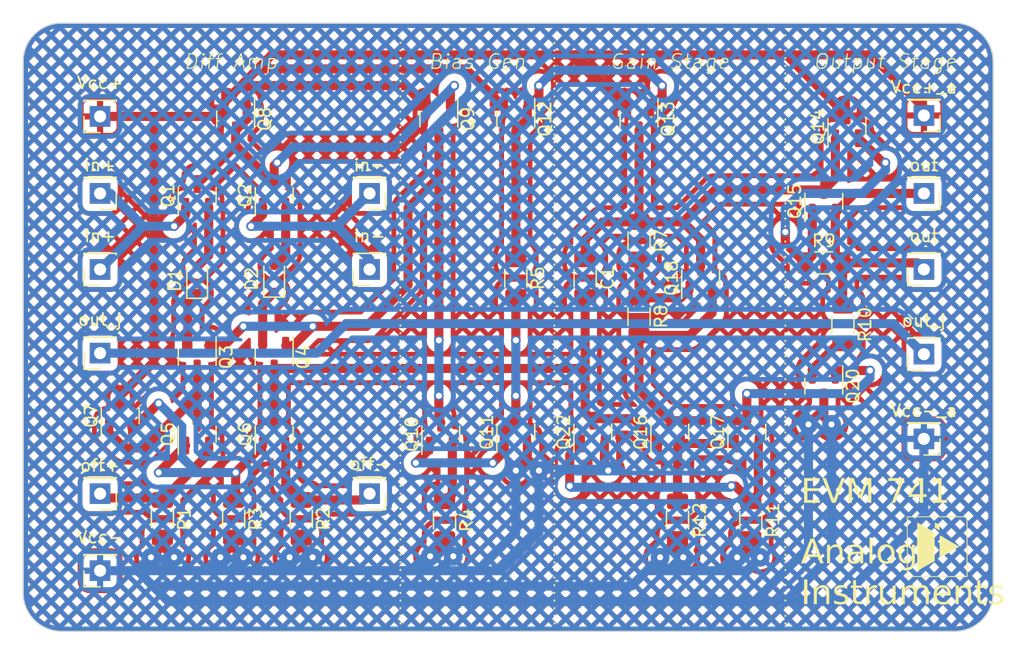
<source format=kicad_pcb>
(kicad_pcb (version 20221018) (generator pcbnew)
  (layers (0 "F.Cu" signal) (31 "B.Cu" signal) (34 "B.Paste" user) (35 "F.Paste" user) (36 "B.SilkS" user "B.Silkscreen") (37 "F.SilkS" user "F.Silkscreen") (38 "B.Mask" user) (39 "F.Mask" user) (44 "Edge.Cuts" user))
  (net 0 "")
  (net 1 "Net-(Q13-C)")
  (net 2 "Net-(Q16-B)")
  (net 3 "Net-(D1-K)")
  (net 4 "Net-(D1-A)")
  (net 5 "Net-(D2-K)")
  (net 6 "Net-(D2-A)")
  (net 7 "Net-(J1-Pin_1)")
  (net 8 "vout")
  (net 9 "Net-(J2-Pin_1)")
  (net 10 "VEE")
  (net 11 "Net-(J3-Pin_1)")
  (net 12 "VCC")
  (net 13 "Net-(J5-Pin_1)")
  (net 14 "Net-(Q1-C)")
  (net 15 "Net-(Q10-C)")
  (net 16 "Net-(Q3-C)")
  (net 17 "Net-(Q5-B)")
  (net 18 "Net-(Q10-B)")
  (net 19 "Net-(Q10-E)")
  (net 20 "Net-(Q12-B)")
  (net 21 "Net-(Q14-E)")
  (net 22 "Net-(Q16-E)")
  (net 23 "Net-(Q16-C)")
  (net 24 "Net-(Q17-E)")
  (net 25 "Net-(Q18-B)")
  (net 26 "Net-(Q20-E)")
  (net 27 "vout_jumper")
  (footprint "Capacitor_SMD:C_1206_3216Metric_Pad1.33x1.80mm_HandSolder" (layer "F.Cu") (at 84.455 59.1325 -90)
    (fp_text reference "C1")
    (fp_text value "33p")
  )
  (footprint "Connector_PinSocket_2.54mm:PinSocket_1x01_P2.54mm_Vertical" (layer "F.Cu") (at 44.45 45.7975 180)
    (fp_text reference "J7")
    (fp_text value "Vcc+")
  )
  (footprint "Diode_SMD:D_SOD-323F" (layer "F.Cu") (at 58.8075 59.1975 90)
    (fp_text reference "D2")
    (fp_text value "BAT54J")
  )
  (footprint "Connector_PinSocket_2.54mm:PinSocket_1x01_P2.54mm_Vertical" (layer "F.Cu") (at 112.395 58.42 180)
    (fp_text reference "J10")
    (fp_text value "out")
  )
  (footprint "Package_TO_SOT_SMD:SOT-23" (layer "F.Cu") (at 97.79 71.8325 90)
    (fp_text reference "Q17")
    (fp_text value "MMBT3904")
  )
  (footprint "Package_TO_SOT_SMD:SOT-23" (layer "F.Cu") (at 85.09 71.8325 90)
    (fp_text reference "Q22")
    (fp_text value "MMBT3904")
  )
  (footprint "Package_TO_SOT_SMD:SOT-23" (layer "F.Cu") (at 78.74 71.8325 90)
    (fp_text reference "Q11")
    (fp_text value "MMBT3904")
  )
  (footprint "Package_TO_SOT_SMD:SOT-23" (layer "F.Cu") (at 46.1075 70.485 90)
    (fp_text reference "Q7")
    (fp_text value "MMBT3904")
  )
  (footprint "Package_TO_SOT_SMD:SOT-23" (layer "F.Cu") (at 88.9 46.0075 -90)
    (fp_text reference "Q13")
    (fp_text value "MMBT3906")
  )
  (footprint "Package_TO_SOT_SMD:SOT-23" (layer "F.Cu") (at 52.4575 52.3125 90)
    (fp_text reference "Q1")
    (fp_text value "MMBT3904")
  )
  (footprint "Package_TO_SOT_SMD:SOT-23" (layer "F.Cu") (at 93.98 59.1325 90)
    (fp_text reference "Q18")
    (fp_text value "MMBT3904")
  )
  (footprint "Connector_PinHeader_2.54mm:PinHeader_1x01_P2.54mm_Vertical" (layer "F.Cu") (at 112.395 72.39 180)
    (fp_text reference "J14")
    (fp_text value "Vcc-_a")
  )
  (footprint "Connector_PinSocket_2.54mm:PinSocket_1x01_P2.54mm_Vertical" (layer "F.Cu") (at 44.45 58.42 180)
    (fp_text reference "J8")
    (fp_text value "in+")
  )
  (footprint "Resistor_SMD:R_1206_3216Metric_Pad1.30x1.75mm_HandSolder" (layer "F.Cu") (at 78.74 59.1325 -90)
    (fp_text reference "R5")
    (fp_text value "39k")
  )
  (footprint "Connector_PinHeader_2.54mm:PinHeader_1x01_P2.54mm_Vertical" (layer "F.Cu") (at 66.675 52.1475 180)
    (fp_text reference "J2")
    (fp_text value "in-")
  )
  (footprint "Connector_PinHeader_2.54mm:PinHeader_1x01_P2.54mm_Vertical" (layer "F.Cu") (at 44.45 76.9125 180)
    (fp_text reference "J1")
    (fp_text value "off+")
  )
  (footprint "Resistor_SMD:R_1206_3216Metric_Pad1.30x1.75mm_HandSolder" (layer "F.Cu") (at 88.9 56.049564 -90)
    (fp_text reference "R7")
    (fp_text value "4.7k")
  )
  (footprint "Resistor_SMD:R_1206_3216Metric_Pad1.30x1.75mm_HandSolder" (layer "F.Cu") (at 88.9 62.3075 -90)
    (fp_text reference "R8")
    (fp_text value "7.5k")
  )
  (footprint "Resistor_SMD:R_1206_3216Metric_Pad1.30x1.75mm_HandSolder" (layer "F.Cu") (at 105.715 62.9575 -90)
    (fp_text reference "R10")
    (fp_text value "51")
  )
  (footprint "Resistor_SMD:R_1206_3216Metric_Pad1.30x1.75mm_HandSolder" (layer "F.Cu") (at 49.5875 78.9825 -90)
    (fp_text reference "R1")
    (fp_text value "1k")
  )
  (footprint "Connector_PinHeader_2.54mm:PinHeader_1x01_P2.54mm_Vertical" (layer "F.Cu") (at 112.395 45.72 180)
    (fp_text reference "J13")
    (fp_text value "Vcc+_a")
  )
  (footprint "Package_TO_SOT_SMD:SOT-23" (layer "F.Cu") (at 106.045 46.6575 90)
    (fp_text reference "Q14")
    (fp_text value "MMBT3904")
  )
  (footprint "Package_TO_SOT_SMD:SOT-23" (layer "F.Cu") (at 52.4575 71.9975 90)
    (fp_text reference "Q5")
    (fp_text value "MMBT3904")
  )
  (footprint "Resistor_SMD:R_1206_3216Metric_Pad1.30x1.75mm_HandSolder" (layer "F.Cu") (at 61.0425 78.9825 -90)
    (fp_text reference "R2")
    (fp_text value "1k")
  )
  (footprint "Package_TO_SOT_SMD:SOT-23" (layer "F.Cu") (at 58.8075 65.6475 -90)
    (fp_text reference "Q4")
    (fp_text value "MMBT3906")
  )
  (footprint "Connector_PinSocket_2.54mm:PinSocket_1x01_P2.54mm_Vertical" (layer "F.Cu") (at 112.395 65.405 180)
    (fp_text reference "J11")
    (fp_text value "out_j")
  )
  (footprint "Resistor_SMD:R_1206_3216Metric_Pad1.30x1.75mm_HandSolder" (layer "F.Cu") (at 92.075 79.0975 -90)
    (fp_text reference "R12")
    (fp_text value "51k")
  )
  (footprint "Package_TO_SOT_SMD:SOT-23" (layer "F.Cu") (at 104.14 68.0375 -90)
    (fp_text reference "Q20")
    (fp_text value "MMBT3906")
  )
  (footprint "Package_TO_SOT_SMD:SOT-23" (layer "F.Cu") (at 72.5525 71.9975 90)
    (fp_text reference "Q10")
    (fp_text value "MMBT3904")
  )
  (footprint "Package_TO_SOT_SMD:SOT-23" (layer "F.Cu") (at 104.14 52.7975 90)
    (fp_text reference "Q15")
    (fp_text value "MMBT3904")
  )
  (footprint "Connector_PinHeader_2.54mm:PinHeader_1x01_P2.54mm_Vertical" (layer "F.Cu") (at 44.45 52.1475 180)
    (fp_text reference "J3")
    (fp_text value "in+")
  )
  (footprint "Diode_SMD:D_SOD-323F" (layer "F.Cu") (at 52.4575 59.2975 90)
    (fp_text reference "D1")
    (fp_text value "BAT54J")
  )
  (footprint "Connector_PinSocket_2.54mm:PinSocket_1x01_P2.54mm_Vertical" (layer "F.Cu") (at 66.675 58.42 180)
    (fp_text reference "J9")
    (fp_text value "in-")
  )
  (footprint "my_logos:ai_logo_5mm_text" (layer "F.Cu") (at 107.95 83.82)
    (fp_text reference "G***" hide)
    (fp_text value "LOGO" hide)
  )
  (footprint "Connector_PinHeader_2.54mm:PinHeader_1x01_P2.54mm_Vertical" (layer "F.Cu") (at 112.395 52.1475 180)
    (fp_text reference "J6")
    (fp_text value "out")
  )
  (footprint "Package_TO_SOT_SMD:SOT-23" (layer "F.Cu") (at 58.8075 71.9975 90)
    (fp_text reference "Q6")
    (fp_text value "MMBT3904")
  )
  (footprint "Package_TO_SOT_SMD:SOT-23" (layer "F.Cu") (at 55.6325 46.0075 -90)
    (fp_text reference "Q8")
    (fp_text value "MMBT3906")
  )
  (footprint "Package_TO_SOT_SMD:SOT-23" (layer "F.Cu") (at 52.4575 65.6475 -90)
    (fp_text reference "Q3")
    (fp_text value "MMBT3906")
  )
  (footprint "Package_TO_SOT_SMD:SOT-23" (layer "F.Cu") (at 78.74 46.0075 -90)
    (fp_text reference "Q12")
    (fp_text value "MMBT3906")
  )
  (footprint "Resistor_SMD:R_1206_3216Metric_Pad1.30x1.75mm_HandSolder" (layer "F.Cu") (at 72.86 79.0975 -90)
    (fp_text reference "R4")
    (fp_text value "4.7k")
  )
  (footprint "Connector_PinSocket_2.54mm:PinSocket_1x01_P2.54mm_Vertical" (layer "F.Cu") (at 44.45 65.3225 180)
    (fp_text reference "J12")
    (fp_text value "out_j")
  )
  (footprint "Package_TO_SOT_SMD:SOT-23" (layer "F.Cu") (at 58.8075 52.3125 90)
    (fp_text reference "Q2")
    (fp_text value "MMBT3904")
  )
  (footprint "Package_TO_SOT_SMD:SOT-23" (layer "F.Cu") (at 72.39 46.0075 -90)
    (fp_text reference "Q9")
    (fp_text value "MMBT3906")
  )
  (footprint "Connector_PinSocket_2.54mm:PinSocket_1x01_P2.54mm_Vertical" (layer "F.Cu") (at 44.45 83.2625 180)
    (fp_text reference "J4")
    (fp_text value "Vcc-")
  )
  (footprint "Resistor_SMD:R_1206_3216Metric_Pad1.30x1.75mm_HandSolder" (layer "F.Cu") (at 98.12 79.0975 -90)
    (fp_text reference "R11")
    (fp_text value "51")
  )
  (footprint "Resistor_SMD:R_1206_3216Metric_Pad1.30x1.75mm_HandSolder" (layer "F.Cu") (at 104.14 57.8775)
    (fp_text reference "R9")
    (fp_text value "24")
  )
  (footprint "Connector_PinHeader_2.54mm:PinHeader_1x01_P2.54mm_Vertical" (layer "F.Cu") (at 66.675 76.9125 180)
    (fp_text reference "J5")
    (fp_text value "off-")
  )
  (footprint "Resistor_SMD:R_1206_3216Metric_Pad1.30x1.75mm_HandSolder" (layer "F.Cu") (at 55.4675 78.9825 -90)
    (fp_text reference "R3")
    (fp_text value "51k")
  )
  (footprint "Package_TO_SOT_SMD:SOT-23" (layer "F.Cu") (at 91.44 71.8325 90)
    (fp_text reference "Q16")
    (fp_text value "MMBT3904")
  )
  (gr_line (start 100.965 87.63) (end 100.965 38.735) (stroke (width 0.15) (type dot)) (layer "F.SilkS"))
  (gr_line (start 69.215 87.63) (end 69.215 38.735) (stroke (width 0.15) (type dot)) (layer "F.SilkS"))
  (gr_line (start 81.915 87.63) (end 81.915 38.735) (stroke (width 0.15) (type dot)) (layer "F.SilkS"))
  (gr_arc (start 114.935 38.1) (mid 117.180064 39.029936) (end 118.11 41.275) (stroke (width 0.1)) (layer "Edge.Cuts"))
  (gr_line locked (start 41.275 38.1) (end 114.935 38.1) (stroke (width 0.1)) (layer "Edge.Cuts"))
  (gr_arc locked (start 38.1 41.275) (mid 39.029936 39.029936) (end 41.275 38.1) (stroke (width 0.1)) (layer "Edge.Cuts"))
  (gr_arc (start 118.11 85.09) (mid 117.180064 87.335064) (end 114.935 88.265) (stroke (width 0.1)) (layer "Edge.Cuts"))
  (gr_line locked (start 38.1 85.09) (end 38.1 41.275) (stroke (width 0.1)) (layer "Edge.Cuts"))
  (gr_line locked (start 114.935 88.265) (end 41.275 88.265) (stroke (width 0.1)) (layer "Edge.Cuts"))
  (gr_line (start 118.11 41.275) (end 118.11 85.09) (stroke (width 0.1)) (layer "Edge.Cuts"))
  (gr_arc locked (start 41.275 88.265) (mid 39.029936 87.335064) (end 38.1 85.09) (stroke (width 0.1)) (layer "Edge.Cuts"))
  (gr_text "EVM 741" (at 102.235 76.835) (layer "F.SilkS") (effects (font (size 2 2) (thickness 0.25)) (justify left)))
  (gr_text "Output Stage" (at 109.22 41.275) (layer "F.SilkS") (effects (font (size 1.2 1.2) (thickness 0.1) italic)))
  (gr_text "Gain Stage" (at 91.44 41.275) (layer "F.SilkS") (effects (font (size 1.2 1.2) (thickness 0.1) italic)))
  (gr_text "Diff Amp" (at 55.245 41.275) (layer "F.SilkS") (effects (font (size 1.2 1.2) (thickness 0.1) italic)))
  (gr_text "Bias Gen" (at 75.565 41.275) (layer "F.SilkS") (effects (font (size 1.2 1.2) (thickness 0.1) italic)))
  (segment (start 105.095 47.595) (end 105.095 50.905) (width 0.75) (layer "F.Cu") (net 1))
  (segment (start 84.455 55.9575) (end 84.455 57.57) (width 0.75) (layer "F.Cu") (net 1))
  (segment (start 88.9 46.945) (end 88.9 54.499564) (width 0.75) (layer "F.Cu") (net 1))
  (segment (start 93.98 55.9575) (end 92.522064 54.499564) (width 0.75) (layer "F.Cu") (net 1))
  (segment (start 92.522064 54.499564) (end 95.161628 51.86) (width 0.75) (layer "F.Cu") (net 1))
  (segment (start 93.98 58.195) (end 93.98 55.9575) (width 0.75) (layer "F.Cu") (net 1))
  (segment (start 88.9 54.499564) (end 85.912936 54.499564) (width 0.75) (layer "F.Cu") (net 1))
  (segment (start 95.161628 51.86) (end 104.14 51.86) (width 0.75) (layer "F.Cu") (net 1))
  (segment (start 92.522064 54.499564) (end 88.9 54.499564) (width 0.75) (layer "F.Cu") (net 1))
  (segment (start 85.912936 54.499564) (end 84.455 55.9575) (width 0.75) (layer "F.Cu") (net 1))
  (segment (start 105.095 50.905) (end 104.14 51.86) (width 0.75) (layer "F.Cu") (net 1))
  (segment (start 58.8075 68.905) (end 58.8075 71.06) (width 0.75) (layer "F.Cu") (net 2))
  (segment (start 58.8075 66.585) (end 84.365 66.585) (width 0.75) (layer "F.Cu") (net 2))
  (segment (start 84.455 60.695) (end 84.455 65.4825) (width 0.75) (layer "F.Cu") (net 2))
  (segment (start 84.365 66.585) (end 84.455 66.675) (width 0.75) (layer "F.Cu") (net 2))
  (segment (start 84.455 65.4825) (end 84.455 66.675) (width 0.75) (layer "F.Cu") (net 2))
  (segment (start 84.455 66.675) (end 84.455 70.26) (width 0.75) (layer "F.Cu") (net 2))
  (segment (start 84.92375 70.72875) (end 88.44875 70.72875) (width 0.75) (layer "F.Cu") (net 2))
  (segment (start 84.455 70.26) (end 84.92375 70.72875) (width 0.75) (layer "F.Cu") (net 2))
  (segment (start 58.8075 66.585) (end 58.8075 68.905) (width 0.75) (layer "F.Cu") (net 2))
  (segment (start 84.92375 70.72875) (end 85.09 70.895) (width 0.75) (layer "F.Cu") (net 2))
  (segment (start 88.44875 70.72875) (end 90.49 72.77) (width 0.75) (layer "F.Cu") (net 2))
  (segment locked (start 52.4575 60.3975) (end 51.69151 61.16349) (width 0.75) (layer "F.Cu") (net 3))
  (segment locked (start 51.69151 61.16349) (end 51.69151 65.0225) (width 0.75) (layer "F.Cu") (net 3))
  (segment locked (start 53.4075 53.25) (end 53.4075 57.2475) (width 0.75) (layer "F.Cu") (net 4))
  (segment locked (start 53.4075 57.2475) (end 52.4575 58.1975) (width 0.75) (layer "F.Cu") (net 4))
  (segment locked (start 57.8575 61.2475) (end 58.8075 60.2975) (width 0.75) (layer "F.Cu") (net 5))
  (segment locked (start 57.8575 64.71) (end 57.8575 61.2475) (width 0.75) (layer "F.Cu") (net 5))
  (segment locked (start 59.7575 53.25) (end 59.7575 57.1475) (width 0.75) (layer "F.Cu") (net 6))
  (segment locked (start 59.7575 57.1475) (end 58.8075 58.0975) (width 0.75) (layer "F.Cu") (net 6))
  (segment locked (start 44.805 77.2675) (end 44.45 76.9125) (width 0.75) (layer "F.Cu") (net 7))
  (segment locked (start 44.805 77.2675) (end 49.4225 77.2675) (width 0.75) (layer "F.Cu") (net 7))
  (segment locked (start 53.4075 72.935) (end 53.4075 73.6125) (width 0.75) (layer "F.Cu") (net 7))
  (segment locked (start 53.4075 73.6125) (end 49.5875 77.4325) (width 0.75) (layer "F.Cu") (net 7))
  (segment locked (start 49.4225 77.2675) (end 49.5875 77.4325) (width 0.75) (layer "F.Cu") (net 7))
  (segment (start 105.09 57.2775) (end 105.69 57.8775) (width 0.75) (layer "F.Cu") (net 8))
  (segment (start 111.8525 57.8775) (end 112.395 58.42) (width 0.75) (layer "F.Cu") (net 8))
  (segment (start 105.09 53.735) (end 105.09 57.2775) (width 0.75) (layer "F.Cu") (net 8))
  (segment (start 112.395 52.1475) (end 106.6775 52.1475) (width 0.75) (layer "F.Cu") (net 8))
  (segment (start 105.69 61.3825) (end 105.715 61.4075) (width 0.75) (layer "F.Cu") (net 8))
  (segment (start 106.6775 52.1475) (end 105.09 53.735) (width 0.75) (layer "F.Cu") (net 8))
  (segment (start 105.69 57.8775) (end 111.8525 57.8775) (width 0.75) (layer "F.Cu") (net 8))
  (segment (start 105.69 57.8775) (end 105.69 61.3825) (width 0.75) (layer "F.Cu") (net 8))
  (segment locked (start 57.8575 53.25) (end 57.8575 53.8975) (width 0.75) (layer "F.Cu") (net 9))
  (segment locked (start 57.8575 53.8975) (end 56.9025 54.8525) (width 0.75) (layer "F.Cu") (net 9))
  (via locked (at 56.9025 54.8525) (size 0.8) (drill 0.5) (layers "F.Cu" "B.Cu") (net 9))
  (segment (start 66.675 57.5575) (end 63.97 54.8525) (width 0.75) (layer "B.Cu") (net 9))
  (segment locked (start 56.9025 54.8525) (end 63.97 54.8525) (width 0.75) (layer "B.Cu") (net 9))
  (segment (start 66.675 58.42) (end 66.675 57.5575) (width 0.75) (layer "B.Cu") (net 9))
  (segment locked (start 63.97 54.8525) (end 66.675 52.1475) (width 0.75) (layer "B.Cu") (net 9))
  (segment (start 73.5775 82.075) (end 72.6375 81.135) (width 0.75) (layer "F.Cu") (net 10))
  (segment (start 79.69 72.77) (end 79.69 74.0575) (width 0.75) (layer "F.Cu") (net 10))
  (segment locked (start 50.5525 82.1575) (end 49.6125 81.2175) (width 0.75) (layer "F.Cu") (net 10))
  (segment (start 79.695 74.0575) (end 79.69 74.0575) (width 0.75) (layer "F.Cu") (net 10))
  (segment locked (start 61.0425 81.1925) (end 60.0775 82.1575) (width 0.75) (layer "F.Cu") (net 10))
  (segment (start 104.14 68.975) (end 104.14 69.9275) (width 0.75) (layer "F.Cu") (net 10))
  (segment (start 104.14 70.5625) (end 104.14 69.9275) (width 0.75) (layer "F.Cu") (net 10))
  (segment locked (start 61.9825 82.1575) (end 61.0425 81.2175) (width 0.75) (layer "F.Cu") (net 10))
  (segment locked (start 61.0425 81.2175) (end 61.0425 81.1925) (width 0.75) (layer "F.Cu") (net 10))
  (segment (start 104.14 69.9275) (end 102.87 71.1975) (width 0.75) (layer "F.Cu") (net 10))
  (segment locked (start 55.4675 81.3575) (end 55.4675 81.0525) (width 0.75) (layer "F.Cu") (net 10))
  (segment (start 86.04 72.77) (end 86.04 74.6875) (width 0.75) (layer "F.Cu") (net 10))
  (segment locked (start 55.4675 81.0525) (end 54.3625 82.1575) (width 0.75) (layer "F.Cu") (net 10))
  (segment (start 72.6375 81.11) (end 71.6725 82.075) (width 0.75) (layer "F.Cu") (net 10))
  (segment (start 97.955 81.1925) (end 96.99 82.1575) (width 0.75) (layer "F.Cu") (net 10))
  (segment (start 104.775 71.1975) (end 104.14 70.5625) (width 0.75) (layer "F.Cu") (net 10))
  (segment (start 91.605 81.1925) (end 90.64 82.1575) (width 0.75) (layer "F.Cu") (net 10))
  (segment locked (start 49.5875 81.2175) (end 48.6475 82.1575) (width 0.75) (layer "F.Cu") (net 10))
  (segment (start 80.645 75.0075) (end 79.695 74.0575) (width 0.75) (layer "F.Cu") (net 10))
  (segment locked (start 61.0425 80.5325) (end 61.0425 81.1925) (width 0.75) (layer "F.Cu") (net 10))
  (segment (start 98.895 82.1575) (end 97.955 81.2175) (width 0.75) (layer "F.Cu") (net 10))
  (segment locked (start 55.4675 80.5325) (end 55.4675 81.0525) (width 0.75) (layer "F.Cu") (net 10))
  (segment (start 86.04 74.6875) (end 86.36 75.0075) (width 0.75) (layer "F.Cu") (net 10))
  (segment locked (start 49.6125 81.2175) (end 49.5875 81.2175) (width 0.75) (layer "F.Cu") (net 10))
  (segment (start 79.69 74.0575) (end 78.74 75.0075) (width 0.75) (layer "F.Cu") (net 10))
  (segment locked (start 49.5875 80.5325) (end 49.5875 81.2175) (width 0.75) (layer "F.Cu") (net 10))
  (segment (start 92.545 82.1575) (end 91.605 81.2175) (width 0.75) (layer "F.Cu") (net 10))
  (segment locked (start 56.2675 82.1575) (end 55.4675 81.3575) (width 0.75) (layer "F.Cu") (net 10))
  (via (at 102.87 71.1975) (size 0.8) (drill 0.5) (layers "F.Cu" "B.Cu") (net 10))
  (via locked (at 50.5525 82.1575) (size 0.8) (drill 0.5) (layers "F.Cu" "B.Cu") (net 10))
  (via locked (at 60.0775 82.1575) (size 0.8) (drill 0.5) (layers "F.Cu" "B.Cu") (net 10))
  (via locked (at 54.3625 82.1575) (size 0.8) (drill 0.5) (layers "F.Cu" "B.Cu") (net 10))
  (via (at 73.5775 82.075) (size 0.8) (drill 0.5) (layers "F.Cu" "B.Cu") (net 10))
  (via (at 86.36 75.0075) (size 0.8) (drill 0.5) (layers "F.Cu" "B.Cu") (net 10))
  (via (at 80.645 75.0075) (size 0.8) (drill 0.5) (layers "F.Cu" "B.Cu") (net 10))
  (via (at 98.895 82.1575) (size 0.8) (drill 0.5) (layers "F.Cu" "B.Cu") (net 10))
  (via (at 78.74 75.0075) (size 0.8) (drill 0.5) (layers "F.Cu" "B.Cu") (net 10))
  (via (at 71.6725 82.075) (size 0.8) (drill 0.5) (layers "F.Cu" "B.Cu") (net 10))
  (via locked (at 61.9825 82.1575) (size 0.8) (drill 0.5) (layers "F.Cu" "B.Cu") (net 10))
  (via (at 92.545 82.1575) (size 0.8) (drill 0.5) (layers "F.Cu" "B.Cu") (net 10))
  (via (at 96.99 82.1575) (size 0.8) (drill 0.5) (layers "F.Cu" "B.Cu") (net 10))
  (via (at 104.775 71.1975) (size 0.8) (drill 0.5) (layers "F.Cu" "B.Cu") (net 10))
  (via (at 90.64 82.1575) (size 0.8) (drill 0.5) (layers "F.Cu" "B.Cu") (net 10))
  (via locked (at 56.2675 82.1575) (size 0.8) (drill 0.5) (layers "F.Cu" "B.Cu") (net 10))
  (via locked (at 48.6475 82.1575) (size 0.8) (drill 0.5) (layers "F.Cu" "B.Cu") (net 10))
  (segment locked (start 60.8775 83.2625) (end 61.9825 82.1575) (width 0.75) (layer "B.Cu") (net 10))
  (segment (start 91.44 83.2625) (end 95.885 83.2625) (width 0.75) (layer "B.Cu") (net 10))
  (segment (start 60.325 83.2625) (end 60.8775 83.2625) (width 0.75) (layer "B.Cu") (net 10))
  (segment (start 77.47 83.2625) (end 76.2 83.2625) (width 0.75) (layer "B.Cu") (net 10))
  (segment locked (start 47.5425 83.2625) (end 49.4475 83.2625) (width 0.75) (layer "B.Cu") (net 10))
  (segment (start 98.425 85.8025) (end 50.0825 85.8025) (width 0.75) (layer "B.Cu") (net 10))
  (segment locked (start 55.1625 83.2625) (end 56.2675 82.1575) (width 0.75) (layer "B.Cu") (net 10))
  (segment (start 76.2 83.2625) (end 75.565 83.2625) (width 0.75) (layer "B.Cu") (net 10))
  (segment (start 100.965 85.8025) (end 104.775 81.9925) (width 0.75) (layer "B.Cu") (net 10))
  (segment (start 80.645 80.0875) (end 77.47 83.2625) (width 0.75) (layer "B.Cu") (net 10))
  (segment locked (start 55.1625 83.2625) (end 58.9725 83.2625) (width 0.75) (layer "B.Cu") (net 10))
  (segment (start 89.535 83.2625) (end 90.64 82.1575) (width 0.75) (layer "B.Cu") (net 10))
  (segment (start 66.04 83.2625) (end 60.325 83.2625) (width 0.75) (layer "B.Cu") (net 10))
  (segment (start 95.885 83.2625) (end 96.99 82.1575) (width 0.75) (layer "B.Cu") (net 10))
  (segment (start 97.2375 83.2625) (end 97.79 83.2625) (width 0.75) (layer "B.Cu") (net 10))
  (segment (start 70.485 83.2625) (end 69.215 83.2625) (width 0.75) (layer "B.Cu") (net 10))
  (segment (start 48.8125 84.5325) (end 47.5425 83.2625) (width 0.75) (layer "B.Cu") (net 10))
  (segment locked (start 49.4475 83.2625) (end 53.2575 83.2625) (width 0.75) (layer "B.Cu") (net 10))
  (segment (start 58.9725 83.2625) (end 60.325 83.2625) (width 0.75) (layer "B.Cu") (net 10))
  (segment (start 71.6725 82.075) (end 70.485 83.2625) (width 0.75) (layer "B.Cu") (net 10))
  (segment locked (start 49.4475 83.2625) (end 50.5525 82.1575) (width 0.75) (layer "B.Cu") (net 10))
  (segment (start 112.395 72.39) (end 112.395 78.74) (width 0.75) (layer "B.Cu") (net 10))
  (segment (start 72.39 83.2625) (end 75.565 83.2625) (width 0.75) (layer "B.Cu") (net 10))
  (segment (start 102.87 81.3575) (end 100.965 83.2625) (width 0.75) (layer "B.Cu") (net 10))
  (segment (start 73.5775 82.075) (end 72.39 83.2625) (width 0.75) (layer "B.Cu") (net 10))
  (segment (start 80.75 74.9025) (end 80.645 75.0075) (width 0.75) (layer "B.Cu") (net 10))
  (segment (start 86.36 75.0075) (end 86.255 74.9025) (width 0.75) (layer "B.Cu") (net 10))
  (segment (start 97.79 83.2625) (end 98.895 82.1575) (width 0.75) (layer "B.Cu") (net 10))
  (segment (start 86.255 74.9025) (end 80.75 74.9025) (width 0.75) (layer "B.Cu") (net 10))
  (segment locked (start 47.5425 83.2625) (end 48.6475 82.1575) (width 0.75) (layer "B.Cu") (net 10))
  (segment (start 98.425 85.8025) (end 100.965 83.2625) (width 0.75) (layer "B.Cu") (net 10))
  (segment (start 89.535 83.2625) (end 91.44 83.2625) (width 0.75) (layer "B.Cu") (net 10))
  (segment (start 69.215 83.2625) (end 66.04 83.2625) (width 0.75) (layer "B.Cu") (net 10))
  (segment (start 102.87 71.1975) (end 102.87 81.3575) (width 0.75) (layer "B.Cu") (net 10))
  (segment (start 80.645 75.0075) (end 80.645 80.0875) (width 0.75) (layer "B.Cu") (net 10))
  (segment (start 98.425 85.8025) (end 100.965 85.8025) (width 0.75) (layer "B.Cu") (net 10))
  (segment (start 105.3325 85.8025) (end 100.965 85.8025) (width 0.75) (layer "B.Cu") (net 10))
  (segment locked (start 53.2575 83.2625) (end 54.3625 82.1575) (width 0.75) (layer "B.Cu") (net 10))
  (segment locked (start 58.9725 83.2625) (end 60.0775 82.1575) (width 0.75) (layer "B.Cu") (net 10))
  (segment (start 88.265 84.5325) (end 48.8125 84.5325) (width 0.75) (layer "B.Cu") (net 10))
  (segment (start 50.0825 85.8025) (end 48.8125 84.5325) (width 0.75) (layer "B.Cu") (net 10))
  (segment (start 72.39 83.2625) (end 69.215 83.2625) (width 0.75) (layer "B.Cu") (net 10))
  (segment (start 89.535 83.2625) (end 88.265 84.5325) (width 0.75) (layer "B.Cu") (net 10))
  (segment (start 112.395 78.74) (end 105.3325 85.8025) (width 0.75) (layer "B.Cu") (net 10))
  (segment (start 75.565 83.2625) (end 78.74 80.0875) (width 0.75) (layer "B.Cu") (net 10))
  (segment locked (start 53.2575 83.2625) (end 55.1625 83.2625) (width 0.75) (layer "B.Cu") (net 10))
  (segment (start 91.44 83.2625) (end 92.545 82.1575) (width 0.75) (layer "B.Cu") (net 10))
  (segment (start 104.775 81.9925) (end 104.775 71.1975) (width 0.75) (layer "B.Cu") (net 10))
  (segment (start 95.885 83.2625) (end 97.2375 83.2625) (width 0.75) (layer "B.Cu") (net 10))
  (segment locked (start 44.45 83.2625) (end 47.5425 83.2625) (width 0.75) (layer "B.Cu") (net 10))
  (segment (start 78.74 80.0875) (end 78.74 75.0075) (width 0.75) (layer "B.Cu") (net 10))
  (segment locked (start 51.5075 53.8975) (end 50.5525 54.8525) (width 0.75) (layer "F.Cu") (net 11))
  (segment locked (start 51.5075 53.25) (end 51.5075 53.8975) (width 0.75) (layer "F.Cu") (net 11))
  (via locked (at 50.5525 54.8525) (size 0.8) (drill 0.5) (layers "F.Cu" "B.Cu") (net 11))
  (segment (start 44.45 58.42) (end 48.0175 54.8525) (width 0.75) (layer "B.Cu") (net 11))
  (segment (start 45.3125 52.1475) (end 44.45 52.1475) (width 0.75) (layer "B.Cu") (net 11))
  (segment (start 48.0175 54.8525) (end 45.3125 52.1475) (width 0.75) (layer "B.Cu") (net 11))
  (segment (start 50.5525 54.8525) (end 48.0175 54.8525) (width 0.75) (layer "B.Cu") (net 11))
  (segment (start 54.6825 44.64151) (end 56.06651 43.2575) (width 0.75) (layer "F.Cu") (net 12))
  (segment locked (start 53.955 45.7975) (end 54.6825 45.07) (width 0.75) (layer "F.Cu") (net 12))
  (segment (start 57.44151 41.8825) (end 56.06651 43.2575) (width 0.75) (layer "F.Cu") (net 12))
  (segment (start 108.0275 40.7175) (end 112.395 45.085) (width 0.75) (layer "F.Cu") (net 12))
  (segment (start 57.44151 41.8825) (end 58.60651 40.7175) (width 0.75) (layer "F.Cu") (net 12))
  (segment (start 46.1075 69.5475) (end 46.1075 68.8275) (width 0.75) (layer "F.Cu") (net 12))
  (segment (start 48.895 64.77) (end 48.895 45.7975) (width 0.75) (layer "F.Cu") (net 12))
  (segment (start 83.5975 40.7175) (end 87.95 45.07) (width 0.75) (layer "F.Cu") (net 12))
  (segment (start 48.895 66.04) (end 48.895 64.77) (width 0.75) (layer "F.Cu") (net 12))
  (segment (start 48.895 65.1125) (end 48.895 64.77) (width 0.75) (layer "F.Cu") (net 12))
  (segment (start 56.06651 43.2575) (end 69.6275 43.2575) (width 0.75) (layer "F.Cu") (net 12))
  (segment (start 101.0425 40.7175) (end 106.045 45.72) (width 0.75) (layer "F.Cu") (net 12))
  (segment (start 74.6025 41.8825) (end 57.44151 41.8825) (width 0.75) (layer "F.Cu") (net 12))
  (segment (start 69.6275 43.2575) (end 71.44 45.07) (width 0.75) (layer "F.Cu") (net 12))
  (segment (start 101.0425 40.7175) (end 108.0275 40.7175) (width 0.75) (layer "F.Cu") (net 12))
  (segment (start 58.60651 40.7175) (end 78.105 40.7175) (width 0.75) (layer "F.Cu") (net 12))
  (segment (start 78.105 40.7175) (end 83.5975 40.7175) (width 0.75) (layer "F.Cu") (net 12))
  (segment (start 77.79 45.07) (end 74.6025 41.8825) (width 0.75) (layer "F.Cu") (net 12))
  (segment locked (start 44.45 45.7975) (end 48.895 45.7975) (width 0.75) (layer "F.Cu") (net 12))
  (segment (start 46.1075 68.8275) (end 48.895 66.04) (width 0.75) (layer "F.Cu") (net 12))
  (segment locked (start 48.895 45.7975) (end 53.955 45.7975) (width 0.75) (layer "F.Cu") (net 12))
  (segment (start 54.6825 45.07) (end 54.6825 44.64151) (width 0.75) (layer "F.Cu") (net 12))
  (segment (start 112.395 45.085) (end 112.395 45.72) (width 0.75) (layer "F.Cu") (net 12))
  (segment (start 83.5975 40.7175) (end 101.0425 40.7175) (width 0.75) (layer "F.Cu") (net 12))
  (segment locked (start 59.7575 72.935) (end 59.7575 76.1475) (width 0.75) (layer "F.Cu") (net 13))
  (segment locked (start 66.155 77.4325) (end 66.675 76.9125) (width 0.75) (layer "F.Cu") (net 13))
  (segment locked (start 59.7575 76.1475) (end 61.0425 77.4325) (width 0.75) (layer "F.Cu") (net 13))
  (segment locked (start 61.0425 77.4325) (end 66.155 77.4325) (width 0.75) (layer "F.Cu") (net 13))
  (segment (start 58.8075 51.375) (end 58.8075 49.855) (width 0.75) (layer "F.Cu") (net 14))
  (segment (start 73.34 43.5775) (end 73.66 43.2575) (width 0.75) (layer "F.Cu") (net 14))
  (segment locked (start 56.5825 45.995) (end 55.6325 46.945) (width 0.75) (layer "F.Cu") (net 14))
  (segment locked (start 58.8075 51.375) (end 55.6325 48.2) (width 0.75) (layer "F.Cu") (net 14))
  (segment (start 73.34 45.07) (end 73.34 43.5775) (width 0.75) (layer "F.Cu") (net 14))
  (segment locked (start 56.5825 45.07) (end 56.5825 45.995) (width 0.75) (layer "F.Cu") (net 14))
  (segment locked (start 55.6325 48.2) (end 52.4575 51.375) (width 0.75) (layer "F.Cu") (net 14))
  (segment (start 58.8075 49.855) (end 59.055 49.6075) (width 0.75) (layer "F.Cu") (net 14))
  (segment locked (start 55.6325 46.945) (end 55.6325 48.2) (width 0.75) (layer "F.Cu") (net 14))
  (via (at 73.66 43.2575) (size 0.8) (drill 0.5) (layers "F.Cu" "B.Cu") (net 14))
  (via (at 59.055 49.6075) (size 0.8) (drill 0.5) (layers "F.Cu" "B.Cu") (net 14))
  (segment (start 68.58 48.3375) (end 73.66 43.2575) (width 0.75) (layer "B.Cu") (net 14))
  (segment (start 60.325 48.3375) (end 68.58 48.3375) (width 0.75) (layer "B.Cu") (net 14))
  (segment (start 59.055 49.6075) (end 60.325 48.3375) (width 0.75) (layer "B.Cu") (net 14))
  (segment locked (start 60.38 64.71) (end 59.7575 64.71) (width 0.75) (layer "F.Cu") (net 15))
  (segment (start 69.85 53.34) (end 72.39 50.8) (width 0.75) (layer "F.Cu") (net 15))
  (segment (start 69.85 59.69) (end 69.85 53.34) (width 0.75) (layer "F.Cu") (net 15))
  (segment locked (start 56.2675 63.1075) (end 54.665 64.71) (width 0.75) (layer "F.Cu") (net 15))
  (segment (start 61.9825 63.1075) (end 66.4325 63.1075) (width 0.75) (layer "F.Cu") (net 15))
  (segment (start 72.39 64.262) (end 72.39 50.8) (width 0.75) (layer "F.Cu") (net 15))
  (segment (start 72.39 68.834) (end 72.39 70.8975) (width 0.75) (layer "F.Cu") (net 15))
  (segment (start 72.39 46.945) (end 72.39 49.53) (width 0.75) (layer "F.Cu") (net 15))
  (segment (start 66.4325 63.1075) (end 69.85 59.69) (width 0.75) (layer "F.Cu") (net 15))
  (segment (start 72.39 49.53) (end 72.39 50.8) (width 0.75) (layer "F.Cu") (net 15))
  (segment locked (start 61.9825 63.1075) (end 60.38 64.71) (width 0.75) (layer "F.Cu") (net 15))
  (segment (start 72.39 70.8975) (end 72.5525 71.06) (width 0.75) (layer "F.Cu") (net 15))
  (segment locked (start 54.665 64.71) (end 53.4075 64.71) (width 0.75) (layer "F.Cu") (net 15))
  (via (at 72.39 68.834) (size 0.8) (drill 0.5) (layers "F.Cu" "B.Cu") (net 15))
  (via (at 72.39 64.262) (size 0.8) (drill 0.5) (layers "F.Cu" "B.Cu") (net 15))
  (via locked (at 56.2675 63.1075) (size 0.8) (drill 0.5) (layers "F.Cu" "B.Cu") (net 15))
  (via locked (at 61.9825 63.1075) (size 0.8) (drill 0.5) (layers "F.Cu" "B.Cu") (net 15))
  (segment (start 72.39 64.262) (end 72.39 68.834) (width 0.75) (layer "B.Cu") (net 15))
  (segment locked (start 61.9825 63.1075) (end 56.2675 63.1075) (width 0.75) (layer "B.Cu") (net 15))
  (segment (start 45.1575 71.85099) (end 46.44151 73.135) (width 0.75) (layer "F.Cu") (net 16))
  (segment (start 45.1575 71.4225) (end 45.1575 71.85099) (width 0.75) (layer "F.Cu") (net 16))
  (segment (start 46.44151 73.135) (end 48.145 73.135) (width 0.75) (layer "F.Cu") (net 16))
  (segment locked (start 52.4575 68.8225) (end 52.4575 71.06) (width 0.75) (layer "F.Cu") (net 16))
  (segment locked (start 52.4575 66.585) (end 52.4575 68.8225) (width 0.75) (layer "F.Cu") (net 16))
  (segment (start 48.145 73.135) (end 52.4575 68.8225) (width 0.75) (layer "F.Cu") (net 16))
  (segment locked (start 55.6325 75.1725) (end 55.6325 77.2675) (width 0.75) (layer "F.Cu") (net 17))
  (segment (start 47.3175 71.4225) (end 49.2825 69.4575) (width 0.75) (layer "F.Cu") (net 17))
  (segment locked (start 55.6325 77.2675) (end 55.4675 77.4325) (width 0.75) (layer "F.Cu") (net 17))
  (segment locked (start 49.2825 75.1725) (end 49.2825 75.16) (width 0.75) (layer "F.Cu") (net 17))
  (segment locked (start 49.2825 75.16) (end 51.5075 72.935) (width 0.75) (layer "F.Cu") (net 17))
  (segment (start 47.0575 71.4225) (end 47.3175 71.4225) (width 0.75) (layer "F.Cu") (net 17))
  (segment locked (start 55.6325 75.16) (end 57.8575 72.935) (width 0.75) (layer "F.Cu") (net 17))
  (segment locked (start 55.6325 75.1725) (end 55.6325 75.16) (width 0.75) (layer "F.Cu") (net 17))
  (via locked (at 49.2825 69.4575) (size 0.8) (drill 0.5) (layers "F.Cu" "B.Cu") (net 17))
  (via locked (at 49.2825 75.1725) (size 0.8) (drill 0.5) (layers "F.Cu" "B.Cu") (net 17))
  (via locked (at 55.6325 75.1725) (size 0.8) (drill 0.5) (layers "F.Cu" "B.Cu") (net 17))
  (segment locked (start 51.1875 73.9025) (end 52.4575 75.1725) (width 0.75) (layer "B.Cu") (net 17))
  (segment locked (start 51.1875 71.3625) (end 51.1875 73.9025) (width 0.75) (layer "B.Cu") (net 17))
  (segment locked (start 55.6325 75.1725) (end 52.4575 75.1725) (width 0.75) (layer "B.Cu") (net 17))
  (segment locked (start 49.2825 69.4575) (end 51.1875 71.3625) (width 0.75) (layer "B.Cu") (net 17))
  (segment locked (start 52.4575 75.1725) (end 49.2825 75.1725) (width 0.75) (layer "B.Cu") (net 17))
  (segment (start 71.6025 73.255) (end 70.485 74.3725) (width 0.75) (layer "F.Cu") (net 18))
  (segment (start 78.74 68.834) (end 78.74 70.895) (width 0.75) (layer "F.Cu") (net 18))
  (segment (start 77.79 73.4175) (end 76.835 74.3725) (width 0.75) (layer "F.Cu") (net 18))
  (segment (start 78.74 70.895) (end 77.79 71.845) (width 0.75) (layer "F.Cu") (net 18))
  (segment (start 71.6025 72.935) (end 71.6025 73.255) (width 0.75) (layer "F.Cu") (net 18))
  (segment (start 78.74 64.262) (end 78.74 60.6825) (width 0.75) (layer "F.Cu") (net 18))
  (segment (start 77.79 72.77) (end 77.79 73.4175) (width 0.75) (layer "F.Cu") (net 18))
  (segment (start 77.79 71.845) (end 77.79 72.77) (width 0.75) (layer "F.Cu") (net 18))
  (via (at 76.835 74.3725) (size 0.8) (drill 0.5) (layers "F.Cu" "B.Cu") (net 18))
  (via (at 78.74 68.834) (size 0.8) (drill 0.5) (layers "F.Cu" "B.Cu") (net 18))
  (via (at 78.74 64.262) (size 0.8) (drill 0.5) (layers "F.Cu" "B.Cu") (net 18))
  (via (at 70.485 74.3725) (size 0.8) (drill 0.5) (layers "F.Cu" "B.Cu") (net 18))
  (segment (start 70.485 74.3725) (end 76.835 74.3725) (width 0.75) (layer "B.Cu") (net 18))
  (segment (start 78.74 68.834) (end 78.74 64.262) (width 0.75) (layer "B.Cu") (net 18))
  (segment (start 73.5025 76.905) (end 72.86 77.5475) (width 0.75) (layer "F.Cu") (net 19))
  (segment (start 73.5025 72.935) (end 73.5025 76.905) (width 0.75) (layer "F.Cu") (net 19))
  (segment (start 80.645 44.115) (end 79.69 45.07) (width 0.75) (layer "F.Cu") (net 20))
  (segment (start 90.805 44.115) (end 89.85 45.07) (width 0.75) (layer "F.Cu") (net 20))
  (segment (start 78.74 46.945) (end 78.74 57.5825) (width 0.75) (layer "F.Cu") (net 20))
  (segment (start 79.69 45.995) (end 78.74 46.945) (width 0.75) (layer "F.Cu") (net 20))
  (segment (start 79.69 45.07) (end 79.69 45.995) (width 0.75) (layer "F.Cu") (net 20))
  (segment (start 90.805 43.2575) (end 90.805 44.115) (width 0.75) (layer "F.Cu") (net 20))
  (segment (start 80.645 43.2575) (end 80.645 44.115) (width 0.75) (layer "F.Cu") (net 20))
  (via (at 80.645 43.2575) (size 0.8) (drill 0.5) (layers "F.Cu" "B.Cu") (net 20))
  (via (at 90.805 43.2575) (size 0.8) (drill 0.5) (layers "F.Cu" "B.Cu") (net 20))
  (segment (start 89.535 41.9875) (end 90.805 43.2575) (width 0.75) (layer "B.Cu") (net 20))
  (segment (start 81.915 41.9875) (end 89.535 41.9875) (width 0.75) (layer "B.Cu") (net 20))
  (segment (start 80.645 43.2575) (end 81.915 41.9875) (width 0.75) (layer "B.Cu") (net 20))
  (segment (start 103.19 57.2775) (end 102.59 57.8775) (width 0.75) (layer "F.Cu") (net 21))
  (segment (start 103.19 53.735) (end 103.19 57.2775) (width 0.75) (layer "F.Cu") (net 21))
  (segment (start 100.965 56.2525) (end 102.59 57.8775) (width 0.75) (layer "F.Cu") (net 21))
  (segment (start 109.0075 49.6075) (end 106.995 47.595) (width 0.75) (layer "F.Cu") (net 21))
  (segment (start 100.965 55.3225) (end 100.965 56.2525) (width 0.75) (layer "F.Cu") (net 21))
  (segment (start 109.22 49.6075) (end 109.0075 49.6075) (width 0.75) (layer "F.Cu") (net 21))
  (via (at 100.965 55.3225) (size 0.8) (drill 0.5) (layers "F.Cu" "B.Cu") (net 21))
  (via (at 109.22 49.6075) (size 0.8) (drill 0.5) (layers "F.Cu" "B.Cu") (net 21))
  (segment (start 100.965 53.4175) (end 102.235 52.1475) (width 0.75) (layer "B.Cu") (net 21))
  (segment (start 109.22 50.2425) (end 109.22 49.6075) (width 0.75) (layer "B.Cu") (net 21))
  (segment (start 102.235 52.1475) (end 107.315 52.1475) (width 0.75) (layer "B.Cu") (net 21))
  (segment (start 100.965 55.3225) (end 100.965 53.4175) (width 0.75) (layer "B.Cu") (net 21))
  (segment (start 107.315 52.1475) (end 109.22 50.2425) (width 0.75) (layer "B.Cu") (net 21))
  (segment (start 92.39 72.77) (end 96.84 72.77) (width 0.75) (layer "F.Cu") (net 22))
  (segment (start 92.075 77.5475) (end 92.075 73.085) (width 0.75) (layer "F.Cu") (net 22))
  (segment (start 92.075 73.085) (end 92.39 72.77) (width 0.75) (layer "F.Cu") (net 22))
  (segment (start 91.44 70.895) (end 97.79 70.895) (width 0.75) (layer "F.Cu") (net 23))
  (segment (start 107.95 66.7525) (end 105.4375 66.7525) (width 0.75) (layer "F.Cu") (net 23))
  (segment (start 93.065 63.8575) (end 94.93 61.9925) (width 0.75) (layer "F.Cu") (net 23))
  (segment (start 105.4375 66.7525) (end 105.09 67.1) (width 0.75) (layer "F.Cu") (net 23))
  (segment (start 94.93 61.9925) (end 94.93 60.07) (width 0.75) (layer "F.Cu") (net 23))
  (segment (start 88.9 63.8575) (end 88.9 68.355) (width 0.75) (layer "F.Cu") (net 23))
  (segment (start 88.9 68.355) (end 91.44 70.895) (width 0.75) (layer "F.Cu") (net 23))
  (segment (start 88.9 63.8575) (end 93.065 63.8575) (width 0.75) (layer "F.Cu") (net 23))
  (segment (start 97.79 70.895) (end 97.79 68.6575) (width 0.75) (layer "F.Cu") (net 23))
  (via (at 97.79 68.6575) (size 0.8) (drill 0.5) (layers "F.Cu" "B.Cu") (net 23))
  (via (at 107.95 66.7525) (size 0.8) (drill 0.5) (layers "F.Cu" "B.Cu") (net 23))
  (segment (start 107.95 67.3875) (end 106.68 68.6575) (width 0.75) (layer "B.Cu") (net 23))
  (segment (start 107.95 66.7525) (end 107.95 67.3875) (width 0.75) (layer "B.Cu") (net 23))
  (segment (start 106.68 68.6575) (end 97.79 68.6575) (width 0.75) (layer "B.Cu") (net 23))
  (segment (start 83.185 73.725) (end 84.14 72.77) (width 0.75) (layer "F.Cu") (net 24))
  (segment (start 98.74 72.77) (end 98.74 76.9275) (width 0.75) (layer "F.Cu") (net 24))
  (segment (start 83.185 76.2775) (end 83.185 73.725) (width 0.75) (layer "F.Cu") (net 24))
  (segment (start 96.52 76.2775) (end 96.85 76.2775) (width 0.75) (layer "F.Cu") (net 24))
  (segment (start 98.74 76.9275) (end 98.12 77.5475) (width 0.75) (layer "F.Cu") (net 24))
  (segment (start 96.85 76.2775) (end 98.12 77.5475) (width 0.75) (layer "F.Cu") (net 24))
  (via (at 96.52 76.2775) (size 0.8) (drill 0.5) (layers "F.Cu" "B.Cu") (net 24))
  (via (at 83.185 76.2775) (size 0.8) (drill 0.5) (layers "F.Cu" "B.Cu") (net 24))
  (segment (start 83.185 76.2775) (end 83.29 76.3825) (width 0.75) (layer "B.Cu") (net 24))
  (segment (start 96.415 76.3825) (end 96.52 76.2775) (width 0.75) (layer "B.Cu") (net 24))
  (segment (start 83.29 76.3825) (end 96.415 76.3825) (width 0.75) (layer "B.Cu") (net 24))
  (segment (start 92.3425 60.7575) (end 93.03 60.07) (width 0.75) (layer "F.Cu") (net 25))
  (segment (start 88.9 57.599564) (end 88.9 60.7575) (width 0.75) (layer "F.Cu") (net 25))
  (segment (start 88.9 60.7575) (end 92.3425 60.7575) (width 0.75) (layer "F.Cu") (net 25))
  (segment (start 105.35401 64.5075) (end 103.19 66.67151) (width 0.75) (layer "F.Cu") (net 26))
  (segment (start 103.19 66.67151) (end 103.19 67.1) (width 0.75) (layer "F.Cu") (net 26))
  (segment (start 105.715 64.5075) (end 105.35401 64.5075) (width 0.75) (layer "F.Cu") (net 26))
  (segment (start 112.395 65.405) (end 109.877 62.887) (width 0.75) (layer "B.Cu") (net 27))
  (segment (start 64.748 62.887) (end 62.3125 65.3225) (width 0.75) (layer "B.Cu") (net 27))
  (segment (start 109.877 62.887) (end 64.748 62.887) (width 0.75) (layer "B.Cu") (net 27))
  (segment (start 62.3125 65.3225) (end 44.45 65.3225) (width 0.75) (layer "B.Cu") (net 27))
  (zone (net 12) (net_name "VCC") (layer "F.Cu") (connect_pads (clearance 0.508)) (min_thickness 0.254) (fill yes (mode hatch) (thermal_gap 0.508) (thermal_bridge_width 0.508) (island_removal_mode 2) (island_area_min 10) (hatch_thickness 0.4) (hatch_gap 0.6) (hatch_orientation 45) (hatch_border_algorithm hatch_thickness) (hatch_min_hole_area 0.3))
    (polygon (pts (xy 120.65 90.805) (xy 36.195 90.805) (xy 36.195 36.195) (xy 120.65 36.195)))
  )
  (zone (net 10) (net_name "VEE") (layer "B.Cu") (connect_pads (clearance 0.508)) (min_thickness 0.254) (fill yes (mode hatch) (thermal_gap 0.508) (thermal_bridge_width 0.508) (island_removal_mode 2) (island_area_min 10) (hatch_thickness 0.4) (hatch_gap 0.6) (hatch_orientation 45) (hatch_border_algorithm hatch_thickness) (hatch_min_hole_area 0.3))
    (polygon (pts (xy 120.65 90.805) (xy 36.195 90.805) (xy 36.195 36.195) (xy 120.65 36.195)))
  )
)
</source>
